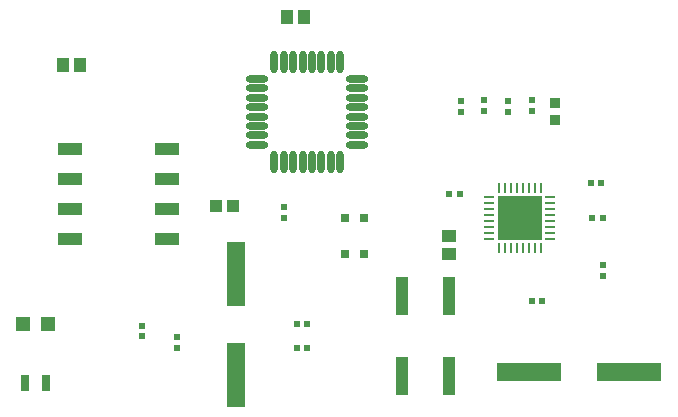
<source format=gtp>
G04*
G04 #@! TF.GenerationSoftware,Altium Limited,Altium Designer,23.5.1 (21)*
G04*
G04 Layer_Color=8421504*
%FSLAX44Y44*%
%MOMM*%
G71*
G04*
G04 #@! TF.SameCoordinates,638B95CD-29A4-4EC3-B0C2-DC090694CFED*
G04*
G04*
G04 #@! TF.FilePolarity,Positive*
G04*
G01*
G75*
%ADD15R,1.0500X1.3000*%
G04:AMPARAMS|DCode=16|XSize=0.55mm|YSize=0.5mm|CornerRadius=0.0625mm|HoleSize=0mm|Usage=FLASHONLY|Rotation=270.000|XOffset=0mm|YOffset=0mm|HoleType=Round|Shape=RoundedRectangle|*
%AMROUNDEDRECTD16*
21,1,0.5500,0.3750,0,0,270.0*
21,1,0.4250,0.5000,0,0,270.0*
1,1,0.1250,-0.1875,-0.2125*
1,1,0.1250,-0.1875,0.2125*
1,1,0.1250,0.1875,0.2125*
1,1,0.1250,0.1875,-0.2125*
%
%ADD16ROUNDEDRECTD16*%
G04:AMPARAMS|DCode=17|XSize=0.55mm|YSize=0.5mm|CornerRadius=0.0625mm|HoleSize=0mm|Usage=FLASHONLY|Rotation=180.000|XOffset=0mm|YOffset=0mm|HoleType=Round|Shape=RoundedRectangle|*
%AMROUNDEDRECTD17*
21,1,0.5500,0.3750,0,0,180.0*
21,1,0.4250,0.5000,0,0,180.0*
1,1,0.1250,-0.2125,0.1875*
1,1,0.1250,0.2125,0.1875*
1,1,0.1250,0.2125,-0.1875*
1,1,0.1250,-0.2125,-0.1875*
%
%ADD17ROUNDEDRECTD17*%
%ADD18R,0.9621X0.9350*%
%ADD19R,2.1500X1.1000*%
%ADD20R,1.0000X1.1000*%
%ADD21R,1.5000X5.5000*%
%ADD22R,5.5000X1.5000*%
%ADD23R,1.0000X3.2000*%
%ADD24O,0.6000X1.9500*%
%ADD25O,1.9500X0.6000*%
G04:AMPARAMS|DCode=26|XSize=1.3mm|YSize=0.76mm|CornerRadius=0.095mm|HoleSize=0mm|Usage=FLASHONLY|Rotation=90.000|XOffset=0mm|YOffset=0mm|HoleType=Round|Shape=RoundedRectangle|*
%AMROUNDEDRECTD26*
21,1,1.3000,0.5700,0,0,90.0*
21,1,1.1100,0.7600,0,0,90.0*
1,1,0.1900,0.2850,0.5550*
1,1,0.1900,0.2850,-0.5550*
1,1,0.1900,-0.2850,-0.5550*
1,1,0.1900,-0.2850,0.5550*
%
%ADD26ROUNDEDRECTD26*%
%ADD27R,1.2000X1.2000*%
%ADD28R,3.7000X3.7000*%
%ADD29O,0.8500X0.2000*%
%ADD30O,0.2000X0.8500*%
%ADD31R,0.8000X0.8000*%
%ADD32R,1.3000X1.0500*%
D15*
X287250Y340000D02*
D03*
X272750D02*
D03*
X97250Y300000D02*
D03*
X82750D02*
D03*
D16*
X539000Y200000D02*
D03*
X530000D02*
D03*
X540000Y170000D02*
D03*
X531000D02*
D03*
X419000Y190000D02*
D03*
X410000D02*
D03*
X489000Y100000D02*
D03*
X480000D02*
D03*
X290000Y80000D02*
D03*
X281000D02*
D03*
X290000Y60000D02*
D03*
X281000D02*
D03*
D17*
X540000Y121000D02*
D03*
Y130000D02*
D03*
X480000Y261000D02*
D03*
Y270000D02*
D03*
X460000Y260000D02*
D03*
Y269000D02*
D03*
X440000Y261000D02*
D03*
Y270000D02*
D03*
X420000Y260000D02*
D03*
Y269000D02*
D03*
X270000Y170000D02*
D03*
Y179000D02*
D03*
X150000Y79000D02*
D03*
Y70000D02*
D03*
X180000Y60000D02*
D03*
Y69000D02*
D03*
D18*
X500000Y252846D02*
D03*
Y267154D02*
D03*
D19*
X171250Y151900D02*
D03*
Y177300D02*
D03*
Y202700D02*
D03*
Y228100D02*
D03*
X88750D02*
D03*
Y202700D02*
D03*
Y177300D02*
D03*
Y151900D02*
D03*
D20*
X212750Y180000D02*
D03*
X227250D02*
D03*
D21*
X230000Y122500D02*
D03*
Y37500D02*
D03*
D22*
X562500Y40000D02*
D03*
X477500D02*
D03*
D23*
X370000Y104000D02*
D03*
Y36000D02*
D03*
X410000Y104000D02*
D03*
Y36000D02*
D03*
D24*
X318000Y302500D02*
D03*
X310000D02*
D03*
X302000D02*
D03*
X294000D02*
D03*
X286000D02*
D03*
X278000D02*
D03*
X270000D02*
D03*
X262000D02*
D03*
Y217500D02*
D03*
X270000D02*
D03*
X278000D02*
D03*
X286000D02*
D03*
X294000D02*
D03*
X302000D02*
D03*
X310000D02*
D03*
X318000D02*
D03*
D25*
X247500Y288000D02*
D03*
Y280000D02*
D03*
Y272000D02*
D03*
Y264000D02*
D03*
Y256000D02*
D03*
Y248000D02*
D03*
Y240000D02*
D03*
Y232000D02*
D03*
X332500D02*
D03*
Y240000D02*
D03*
Y248000D02*
D03*
Y256000D02*
D03*
Y264000D02*
D03*
Y272000D02*
D03*
Y280000D02*
D03*
Y288000D02*
D03*
D26*
X68900Y30000D02*
D03*
X51000D02*
D03*
D27*
X70500Y80000D02*
D03*
X49500D02*
D03*
D28*
X470000Y170000D02*
D03*
D29*
X495750Y187500D02*
D03*
Y182500D02*
D03*
Y177500D02*
D03*
Y172500D02*
D03*
Y167500D02*
D03*
Y162500D02*
D03*
Y157500D02*
D03*
Y152500D02*
D03*
X444250D02*
D03*
Y157500D02*
D03*
Y162500D02*
D03*
Y167500D02*
D03*
Y172500D02*
D03*
Y177500D02*
D03*
Y182500D02*
D03*
Y187500D02*
D03*
D30*
X487500Y144250D02*
D03*
X482500D02*
D03*
X477500D02*
D03*
X472500D02*
D03*
X467500D02*
D03*
X462500D02*
D03*
X457500D02*
D03*
X452500D02*
D03*
Y195750D02*
D03*
X457500D02*
D03*
X462500D02*
D03*
X467500D02*
D03*
X472500D02*
D03*
X477500D02*
D03*
X482500D02*
D03*
X487500D02*
D03*
D31*
X338000Y140000D02*
D03*
X322000D02*
D03*
X338000Y170000D02*
D03*
X322000D02*
D03*
D32*
X410000Y140000D02*
D03*
Y154500D02*
D03*
M02*

</source>
